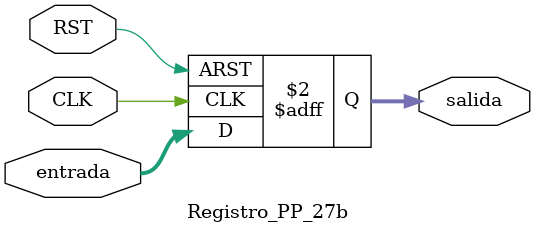
<source format=v>
`timescale 1ns / 1ps


module Registro_PP_27b(input [26:0] entrada, input RST, input CLK, output reg [26:0] salida
    );
    always @(posedge CLK or posedge RST)
        if (RST) begin
            salida <= 27'd0;
        end
        else begin
            salida <= entrada;
        end
endmodule

</source>
